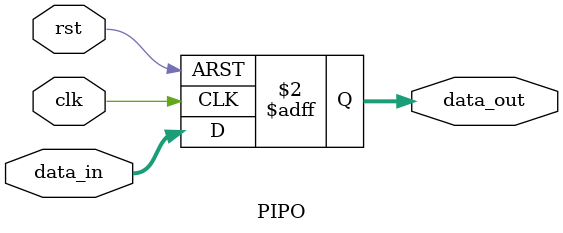
<source format=v>
module PIPO #(parameter width=4)(
  input clk,rst, 
  input [width-1:0]data_in,
  output reg [width-1:0]data_out);
  
  always@(posedge clk or posedge rst)begin
    if(rst)
      data_out<= 0;
    else 
      data_out<= data_in;
  end
endmodule

</source>
